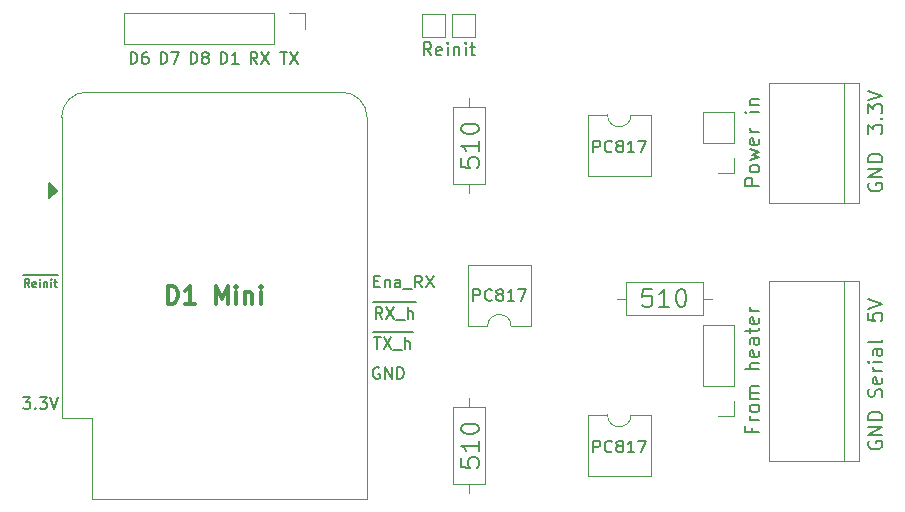
<source format=gto>
%TF.GenerationSoftware,KiCad,Pcbnew,5.1.10*%
%TF.CreationDate,2021-10-24T13:16:46+02:00*%
%TF.ProjectId,PCB,5043422e-6b69-4636-9164-5f7063625858,1.0*%
%TF.SameCoordinates,Original*%
%TF.FileFunction,Legend,Top*%
%TF.FilePolarity,Positive*%
%FSLAX46Y46*%
G04 Gerber Fmt 4.6, Leading zero omitted, Abs format (unit mm)*
G04 Created by KiCad (PCBNEW 5.1.10) date 2021-10-24 13:16:46*
%MOMM*%
%LPD*%
G01*
G04 APERTURE LIST*
%ADD10C,0.300000*%
%ADD11C,0.200000*%
%ADD12C,0.175000*%
%ADD13C,0.120000*%
%ADD14C,0.150000*%
%ADD15O,1.700000X1.700000*%
%ADD16R,1.700000X1.700000*%
%ADD17C,3.000000*%
%ADD18R,3.000000X3.000000*%
%ADD19R,1.500000X1.500000*%
%ADD20O,2.000000X1.600000*%
%ADD21R,2.000000X2.000000*%
%ADD22O,1.600000X1.600000*%
%ADD23R,1.600000X1.600000*%
%ADD24C,1.600000*%
G04 APERTURE END LIST*
D10*
X58301428Y-104818571D02*
X58301428Y-103318571D01*
X58658571Y-103318571D01*
X58872857Y-103390000D01*
X59015714Y-103532857D01*
X59087142Y-103675714D01*
X59158571Y-103961428D01*
X59158571Y-104175714D01*
X59087142Y-104461428D01*
X59015714Y-104604285D01*
X58872857Y-104747142D01*
X58658571Y-104818571D01*
X58301428Y-104818571D01*
X60587142Y-104818571D02*
X59730000Y-104818571D01*
X60158571Y-104818571D02*
X60158571Y-103318571D01*
X60015714Y-103532857D01*
X59872857Y-103675714D01*
X59730000Y-103747142D01*
X62372857Y-104818571D02*
X62372857Y-103318571D01*
X62872857Y-104390000D01*
X63372857Y-103318571D01*
X63372857Y-104818571D01*
X64087142Y-104818571D02*
X64087142Y-103818571D01*
X64087142Y-103318571D02*
X64015714Y-103390000D01*
X64087142Y-103461428D01*
X64158571Y-103390000D01*
X64087142Y-103318571D01*
X64087142Y-103461428D01*
X64801428Y-103818571D02*
X64801428Y-104818571D01*
X64801428Y-103961428D02*
X64872857Y-103890000D01*
X65015714Y-103818571D01*
X65230000Y-103818571D01*
X65372857Y-103890000D01*
X65444285Y-104032857D01*
X65444285Y-104818571D01*
X66158571Y-104818571D02*
X66158571Y-103818571D01*
X66158571Y-103318571D02*
X66087142Y-103390000D01*
X66158571Y-103461428D01*
X66230000Y-103390000D01*
X66158571Y-103318571D01*
X66158571Y-103461428D01*
D11*
X84169523Y-104592380D02*
X84169523Y-103592380D01*
X84550476Y-103592380D01*
X84645714Y-103640000D01*
X84693333Y-103687619D01*
X84740952Y-103782857D01*
X84740952Y-103925714D01*
X84693333Y-104020952D01*
X84645714Y-104068571D01*
X84550476Y-104116190D01*
X84169523Y-104116190D01*
X85740952Y-104497142D02*
X85693333Y-104544761D01*
X85550476Y-104592380D01*
X85455238Y-104592380D01*
X85312380Y-104544761D01*
X85217142Y-104449523D01*
X85169523Y-104354285D01*
X85121904Y-104163809D01*
X85121904Y-104020952D01*
X85169523Y-103830476D01*
X85217142Y-103735238D01*
X85312380Y-103640000D01*
X85455238Y-103592380D01*
X85550476Y-103592380D01*
X85693333Y-103640000D01*
X85740952Y-103687619D01*
X86312380Y-104020952D02*
X86217142Y-103973333D01*
X86169523Y-103925714D01*
X86121904Y-103830476D01*
X86121904Y-103782857D01*
X86169523Y-103687619D01*
X86217142Y-103640000D01*
X86312380Y-103592380D01*
X86502857Y-103592380D01*
X86598095Y-103640000D01*
X86645714Y-103687619D01*
X86693333Y-103782857D01*
X86693333Y-103830476D01*
X86645714Y-103925714D01*
X86598095Y-103973333D01*
X86502857Y-104020952D01*
X86312380Y-104020952D01*
X86217142Y-104068571D01*
X86169523Y-104116190D01*
X86121904Y-104211428D01*
X86121904Y-104401904D01*
X86169523Y-104497142D01*
X86217142Y-104544761D01*
X86312380Y-104592380D01*
X86502857Y-104592380D01*
X86598095Y-104544761D01*
X86645714Y-104497142D01*
X86693333Y-104401904D01*
X86693333Y-104211428D01*
X86645714Y-104116190D01*
X86598095Y-104068571D01*
X86502857Y-104020952D01*
X87645714Y-104592380D02*
X87074285Y-104592380D01*
X87360000Y-104592380D02*
X87360000Y-103592380D01*
X87264761Y-103735238D01*
X87169523Y-103830476D01*
X87074285Y-103878095D01*
X87979047Y-103592380D02*
X88645714Y-103592380D01*
X88217142Y-104592380D01*
X94329523Y-117419380D02*
X94329523Y-116419380D01*
X94710476Y-116419380D01*
X94805714Y-116467000D01*
X94853333Y-116514619D01*
X94900952Y-116609857D01*
X94900952Y-116752714D01*
X94853333Y-116847952D01*
X94805714Y-116895571D01*
X94710476Y-116943190D01*
X94329523Y-116943190D01*
X95900952Y-117324142D02*
X95853333Y-117371761D01*
X95710476Y-117419380D01*
X95615238Y-117419380D01*
X95472380Y-117371761D01*
X95377142Y-117276523D01*
X95329523Y-117181285D01*
X95281904Y-116990809D01*
X95281904Y-116847952D01*
X95329523Y-116657476D01*
X95377142Y-116562238D01*
X95472380Y-116467000D01*
X95615238Y-116419380D01*
X95710476Y-116419380D01*
X95853333Y-116467000D01*
X95900952Y-116514619D01*
X96472380Y-116847952D02*
X96377142Y-116800333D01*
X96329523Y-116752714D01*
X96281904Y-116657476D01*
X96281904Y-116609857D01*
X96329523Y-116514619D01*
X96377142Y-116467000D01*
X96472380Y-116419380D01*
X96662857Y-116419380D01*
X96758095Y-116467000D01*
X96805714Y-116514619D01*
X96853333Y-116609857D01*
X96853333Y-116657476D01*
X96805714Y-116752714D01*
X96758095Y-116800333D01*
X96662857Y-116847952D01*
X96472380Y-116847952D01*
X96377142Y-116895571D01*
X96329523Y-116943190D01*
X96281904Y-117038428D01*
X96281904Y-117228904D01*
X96329523Y-117324142D01*
X96377142Y-117371761D01*
X96472380Y-117419380D01*
X96662857Y-117419380D01*
X96758095Y-117371761D01*
X96805714Y-117324142D01*
X96853333Y-117228904D01*
X96853333Y-117038428D01*
X96805714Y-116943190D01*
X96758095Y-116895571D01*
X96662857Y-116847952D01*
X97805714Y-117419380D02*
X97234285Y-117419380D01*
X97520000Y-117419380D02*
X97520000Y-116419380D01*
X97424761Y-116562238D01*
X97329523Y-116657476D01*
X97234285Y-116705095D01*
X98139047Y-116419380D02*
X98805714Y-116419380D01*
X98377142Y-117419380D01*
X94329523Y-92019380D02*
X94329523Y-91019380D01*
X94710476Y-91019380D01*
X94805714Y-91067000D01*
X94853333Y-91114619D01*
X94900952Y-91209857D01*
X94900952Y-91352714D01*
X94853333Y-91447952D01*
X94805714Y-91495571D01*
X94710476Y-91543190D01*
X94329523Y-91543190D01*
X95900952Y-91924142D02*
X95853333Y-91971761D01*
X95710476Y-92019380D01*
X95615238Y-92019380D01*
X95472380Y-91971761D01*
X95377142Y-91876523D01*
X95329523Y-91781285D01*
X95281904Y-91590809D01*
X95281904Y-91447952D01*
X95329523Y-91257476D01*
X95377142Y-91162238D01*
X95472380Y-91067000D01*
X95615238Y-91019380D01*
X95710476Y-91019380D01*
X95853333Y-91067000D01*
X95900952Y-91114619D01*
X96472380Y-91447952D02*
X96377142Y-91400333D01*
X96329523Y-91352714D01*
X96281904Y-91257476D01*
X96281904Y-91209857D01*
X96329523Y-91114619D01*
X96377142Y-91067000D01*
X96472380Y-91019380D01*
X96662857Y-91019380D01*
X96758095Y-91067000D01*
X96805714Y-91114619D01*
X96853333Y-91209857D01*
X96853333Y-91257476D01*
X96805714Y-91352714D01*
X96758095Y-91400333D01*
X96662857Y-91447952D01*
X96472380Y-91447952D01*
X96377142Y-91495571D01*
X96329523Y-91543190D01*
X96281904Y-91638428D01*
X96281904Y-91828904D01*
X96329523Y-91924142D01*
X96377142Y-91971761D01*
X96472380Y-92019380D01*
X96662857Y-92019380D01*
X96758095Y-91971761D01*
X96805714Y-91924142D01*
X96853333Y-91828904D01*
X96853333Y-91638428D01*
X96805714Y-91543190D01*
X96758095Y-91495571D01*
X96662857Y-91447952D01*
X97805714Y-92019380D02*
X97234285Y-92019380D01*
X97520000Y-92019380D02*
X97520000Y-91019380D01*
X97424761Y-91162238D01*
X97329523Y-91257476D01*
X97234285Y-91305095D01*
X98139047Y-91019380D02*
X98805714Y-91019380D01*
X98377142Y-92019380D01*
X108365857Y-94843142D02*
X107165857Y-94843142D01*
X107165857Y-94386000D01*
X107223000Y-94271714D01*
X107280142Y-94214571D01*
X107394428Y-94157428D01*
X107565857Y-94157428D01*
X107680142Y-94214571D01*
X107737285Y-94271714D01*
X107794428Y-94386000D01*
X107794428Y-94843142D01*
X108365857Y-93471714D02*
X108308714Y-93586000D01*
X108251571Y-93643142D01*
X108137285Y-93700285D01*
X107794428Y-93700285D01*
X107680142Y-93643142D01*
X107623000Y-93586000D01*
X107565857Y-93471714D01*
X107565857Y-93300285D01*
X107623000Y-93186000D01*
X107680142Y-93128857D01*
X107794428Y-93071714D01*
X108137285Y-93071714D01*
X108251571Y-93128857D01*
X108308714Y-93186000D01*
X108365857Y-93300285D01*
X108365857Y-93471714D01*
X107565857Y-92671714D02*
X108365857Y-92443142D01*
X107794428Y-92214571D01*
X108365857Y-91986000D01*
X107565857Y-91757428D01*
X108308714Y-90843142D02*
X108365857Y-90957428D01*
X108365857Y-91186000D01*
X108308714Y-91300285D01*
X108194428Y-91357428D01*
X107737285Y-91357428D01*
X107623000Y-91300285D01*
X107565857Y-91186000D01*
X107565857Y-90957428D01*
X107623000Y-90843142D01*
X107737285Y-90786000D01*
X107851571Y-90786000D01*
X107965857Y-91357428D01*
X108365857Y-90271714D02*
X107565857Y-90271714D01*
X107794428Y-90271714D02*
X107680142Y-90214571D01*
X107623000Y-90157428D01*
X107565857Y-90043142D01*
X107565857Y-89928857D01*
X108365857Y-88614571D02*
X107565857Y-88614571D01*
X107165857Y-88614571D02*
X107223000Y-88671714D01*
X107280142Y-88614571D01*
X107223000Y-88557428D01*
X107165857Y-88614571D01*
X107280142Y-88614571D01*
X107565857Y-88043142D02*
X108365857Y-88043142D01*
X107680142Y-88043142D02*
X107623000Y-87986000D01*
X107565857Y-87871714D01*
X107565857Y-87700285D01*
X107623000Y-87586000D01*
X107737285Y-87528857D01*
X108365857Y-87528857D01*
X107737285Y-115318571D02*
X107737285Y-115718571D01*
X108365857Y-115718571D02*
X107165857Y-115718571D01*
X107165857Y-115147142D01*
X108365857Y-114690000D02*
X107565857Y-114690000D01*
X107794428Y-114690000D02*
X107680142Y-114632857D01*
X107623000Y-114575714D01*
X107565857Y-114461428D01*
X107565857Y-114347142D01*
X108365857Y-113775714D02*
X108308714Y-113890000D01*
X108251571Y-113947142D01*
X108137285Y-114004285D01*
X107794428Y-114004285D01*
X107680142Y-113947142D01*
X107623000Y-113890000D01*
X107565857Y-113775714D01*
X107565857Y-113604285D01*
X107623000Y-113490000D01*
X107680142Y-113432857D01*
X107794428Y-113375714D01*
X108137285Y-113375714D01*
X108251571Y-113432857D01*
X108308714Y-113490000D01*
X108365857Y-113604285D01*
X108365857Y-113775714D01*
X108365857Y-112861428D02*
X107565857Y-112861428D01*
X107680142Y-112861428D02*
X107623000Y-112804285D01*
X107565857Y-112690000D01*
X107565857Y-112518571D01*
X107623000Y-112404285D01*
X107737285Y-112347142D01*
X108365857Y-112347142D01*
X107737285Y-112347142D02*
X107623000Y-112290000D01*
X107565857Y-112175714D01*
X107565857Y-112004285D01*
X107623000Y-111890000D01*
X107737285Y-111832857D01*
X108365857Y-111832857D01*
X108365857Y-110347142D02*
X107165857Y-110347142D01*
X108365857Y-109832857D02*
X107737285Y-109832857D01*
X107623000Y-109890000D01*
X107565857Y-110004285D01*
X107565857Y-110175714D01*
X107623000Y-110290000D01*
X107680142Y-110347142D01*
X108308714Y-108804285D02*
X108365857Y-108918571D01*
X108365857Y-109147142D01*
X108308714Y-109261428D01*
X108194428Y-109318571D01*
X107737285Y-109318571D01*
X107623000Y-109261428D01*
X107565857Y-109147142D01*
X107565857Y-108918571D01*
X107623000Y-108804285D01*
X107737285Y-108747142D01*
X107851571Y-108747142D01*
X107965857Y-109318571D01*
X108365857Y-107718571D02*
X107737285Y-107718571D01*
X107623000Y-107775714D01*
X107565857Y-107890000D01*
X107565857Y-108118571D01*
X107623000Y-108232857D01*
X108308714Y-107718571D02*
X108365857Y-107832857D01*
X108365857Y-108118571D01*
X108308714Y-108232857D01*
X108194428Y-108290000D01*
X108080142Y-108290000D01*
X107965857Y-108232857D01*
X107908714Y-108118571D01*
X107908714Y-107832857D01*
X107851571Y-107718571D01*
X107565857Y-107318571D02*
X107565857Y-106861428D01*
X107165857Y-107147142D02*
X108194428Y-107147142D01*
X108308714Y-107090000D01*
X108365857Y-106975714D01*
X108365857Y-106861428D01*
X108308714Y-106004285D02*
X108365857Y-106118571D01*
X108365857Y-106347142D01*
X108308714Y-106461428D01*
X108194428Y-106518571D01*
X107737285Y-106518571D01*
X107623000Y-106461428D01*
X107565857Y-106347142D01*
X107565857Y-106118571D01*
X107623000Y-106004285D01*
X107737285Y-105947142D01*
X107851571Y-105947142D01*
X107965857Y-106518571D01*
X108365857Y-105432857D02*
X107565857Y-105432857D01*
X107794428Y-105432857D02*
X107680142Y-105375714D01*
X107623000Y-105318571D01*
X107565857Y-105204285D01*
X107565857Y-105090000D01*
X117637000Y-116484285D02*
X117579857Y-116598571D01*
X117579857Y-116770000D01*
X117637000Y-116941428D01*
X117751285Y-117055714D01*
X117865571Y-117112857D01*
X118094142Y-117170000D01*
X118265571Y-117170000D01*
X118494142Y-117112857D01*
X118608428Y-117055714D01*
X118722714Y-116941428D01*
X118779857Y-116770000D01*
X118779857Y-116655714D01*
X118722714Y-116484285D01*
X118665571Y-116427142D01*
X118265571Y-116427142D01*
X118265571Y-116655714D01*
X118779857Y-115912857D02*
X117579857Y-115912857D01*
X118779857Y-115227142D01*
X117579857Y-115227142D01*
X118779857Y-114655714D02*
X117579857Y-114655714D01*
X117579857Y-114370000D01*
X117637000Y-114198571D01*
X117751285Y-114084285D01*
X117865571Y-114027142D01*
X118094142Y-113970000D01*
X118265571Y-113970000D01*
X118494142Y-114027142D01*
X118608428Y-114084285D01*
X118722714Y-114198571D01*
X118779857Y-114370000D01*
X118779857Y-114655714D01*
X118722714Y-112734428D02*
X118779857Y-112563000D01*
X118779857Y-112277285D01*
X118722714Y-112163000D01*
X118665571Y-112105857D01*
X118551285Y-112048714D01*
X118437000Y-112048714D01*
X118322714Y-112105857D01*
X118265571Y-112163000D01*
X118208428Y-112277285D01*
X118151285Y-112505857D01*
X118094142Y-112620142D01*
X118037000Y-112677285D01*
X117922714Y-112734428D01*
X117808428Y-112734428D01*
X117694142Y-112677285D01*
X117637000Y-112620142D01*
X117579857Y-112505857D01*
X117579857Y-112220142D01*
X117637000Y-112048714D01*
X118722714Y-111077285D02*
X118779857Y-111191571D01*
X118779857Y-111420142D01*
X118722714Y-111534428D01*
X118608428Y-111591571D01*
X118151285Y-111591571D01*
X118037000Y-111534428D01*
X117979857Y-111420142D01*
X117979857Y-111191571D01*
X118037000Y-111077285D01*
X118151285Y-111020142D01*
X118265571Y-111020142D01*
X118379857Y-111591571D01*
X118779857Y-110505857D02*
X117979857Y-110505857D01*
X118208428Y-110505857D02*
X118094142Y-110448714D01*
X118037000Y-110391571D01*
X117979857Y-110277285D01*
X117979857Y-110163000D01*
X118779857Y-109763000D02*
X117979857Y-109763000D01*
X117579857Y-109763000D02*
X117637000Y-109820142D01*
X117694142Y-109763000D01*
X117637000Y-109705857D01*
X117579857Y-109763000D01*
X117694142Y-109763000D01*
X118779857Y-108677285D02*
X118151285Y-108677285D01*
X118037000Y-108734428D01*
X117979857Y-108848714D01*
X117979857Y-109077285D01*
X118037000Y-109191571D01*
X118722714Y-108677285D02*
X118779857Y-108791571D01*
X118779857Y-109077285D01*
X118722714Y-109191571D01*
X118608428Y-109248714D01*
X118494142Y-109248714D01*
X118379857Y-109191571D01*
X118322714Y-109077285D01*
X118322714Y-108791571D01*
X118265571Y-108677285D01*
X118779857Y-107934428D02*
X118722714Y-108048714D01*
X118608428Y-108105857D01*
X117579857Y-108105857D01*
X117579857Y-105638571D02*
X117579857Y-106210000D01*
X118151285Y-106267142D01*
X118094142Y-106210000D01*
X118037000Y-106095714D01*
X118037000Y-105810000D01*
X118094142Y-105695714D01*
X118151285Y-105638571D01*
X118265571Y-105581428D01*
X118551285Y-105581428D01*
X118665571Y-105638571D01*
X118722714Y-105695714D01*
X118779857Y-105810000D01*
X118779857Y-106095714D01*
X118722714Y-106210000D01*
X118665571Y-106267142D01*
X117579857Y-105238571D02*
X118779857Y-104838571D01*
X117579857Y-104438571D01*
X117637000Y-94640285D02*
X117579857Y-94754571D01*
X117579857Y-94926000D01*
X117637000Y-95097428D01*
X117751285Y-95211714D01*
X117865571Y-95268857D01*
X118094142Y-95326000D01*
X118265571Y-95326000D01*
X118494142Y-95268857D01*
X118608428Y-95211714D01*
X118722714Y-95097428D01*
X118779857Y-94926000D01*
X118779857Y-94811714D01*
X118722714Y-94640285D01*
X118665571Y-94583142D01*
X118265571Y-94583142D01*
X118265571Y-94811714D01*
X118779857Y-94068857D02*
X117579857Y-94068857D01*
X118779857Y-93383142D01*
X117579857Y-93383142D01*
X118779857Y-92811714D02*
X117579857Y-92811714D01*
X117579857Y-92526000D01*
X117637000Y-92354571D01*
X117751285Y-92240285D01*
X117865571Y-92183142D01*
X118094142Y-92126000D01*
X118265571Y-92126000D01*
X118494142Y-92183142D01*
X118608428Y-92240285D01*
X118722714Y-92354571D01*
X118779857Y-92526000D01*
X118779857Y-92811714D01*
X117579857Y-90417428D02*
X117579857Y-89674571D01*
X118037000Y-90074571D01*
X118037000Y-89903142D01*
X118094142Y-89788857D01*
X118151285Y-89731714D01*
X118265571Y-89674571D01*
X118551285Y-89674571D01*
X118665571Y-89731714D01*
X118722714Y-89788857D01*
X118779857Y-89903142D01*
X118779857Y-90246000D01*
X118722714Y-90360285D01*
X118665571Y-90417428D01*
X118665571Y-89160285D02*
X118722714Y-89103142D01*
X118779857Y-89160285D01*
X118722714Y-89217428D01*
X118665571Y-89160285D01*
X118779857Y-89160285D01*
X117579857Y-88703142D02*
X117579857Y-87960285D01*
X118037000Y-88360285D01*
X118037000Y-88188857D01*
X118094142Y-88074571D01*
X118151285Y-88017428D01*
X118265571Y-87960285D01*
X118551285Y-87960285D01*
X118665571Y-88017428D01*
X118722714Y-88074571D01*
X118779857Y-88188857D01*
X118779857Y-88531714D01*
X118722714Y-88646000D01*
X118665571Y-88703142D01*
X117579857Y-87617428D02*
X118779857Y-87217428D01*
X117579857Y-86817428D01*
X80575333Y-83809619D02*
X80208666Y-83285809D01*
X79946761Y-83809619D02*
X79946761Y-82709619D01*
X80365809Y-82709619D01*
X80470571Y-82762000D01*
X80522952Y-82814380D01*
X80575333Y-82919142D01*
X80575333Y-83076285D01*
X80522952Y-83181047D01*
X80470571Y-83233428D01*
X80365809Y-83285809D01*
X79946761Y-83285809D01*
X81465809Y-83757238D02*
X81361047Y-83809619D01*
X81151523Y-83809619D01*
X81046761Y-83757238D01*
X80994380Y-83652476D01*
X80994380Y-83233428D01*
X81046761Y-83128666D01*
X81151523Y-83076285D01*
X81361047Y-83076285D01*
X81465809Y-83128666D01*
X81518190Y-83233428D01*
X81518190Y-83338190D01*
X80994380Y-83442952D01*
X81989619Y-83809619D02*
X81989619Y-83076285D01*
X81989619Y-82709619D02*
X81937238Y-82762000D01*
X81989619Y-82814380D01*
X82042000Y-82762000D01*
X81989619Y-82709619D01*
X81989619Y-82814380D01*
X82513428Y-83076285D02*
X82513428Y-83809619D01*
X82513428Y-83181047D02*
X82565809Y-83128666D01*
X82670571Y-83076285D01*
X82827714Y-83076285D01*
X82932476Y-83128666D01*
X82984857Y-83233428D01*
X82984857Y-83809619D01*
X83508666Y-83809619D02*
X83508666Y-83076285D01*
X83508666Y-82709619D02*
X83456285Y-82762000D01*
X83508666Y-82814380D01*
X83561047Y-82762000D01*
X83508666Y-82709619D01*
X83508666Y-82814380D01*
X83875333Y-83076285D02*
X84294380Y-83076285D01*
X84032476Y-82709619D02*
X84032476Y-83652476D01*
X84084857Y-83757238D01*
X84189619Y-83809619D01*
X84294380Y-83809619D01*
X67818095Y-83526380D02*
X68389523Y-83526380D01*
X68103809Y-84526380D02*
X68103809Y-83526380D01*
X68627619Y-83526380D02*
X69294285Y-84526380D01*
X69294285Y-83526380D02*
X68627619Y-84526380D01*
X65873333Y-84526380D02*
X65540000Y-84050190D01*
X65301904Y-84526380D02*
X65301904Y-83526380D01*
X65682857Y-83526380D01*
X65778095Y-83574000D01*
X65825714Y-83621619D01*
X65873333Y-83716857D01*
X65873333Y-83859714D01*
X65825714Y-83954952D01*
X65778095Y-84002571D01*
X65682857Y-84050190D01*
X65301904Y-84050190D01*
X66206666Y-83526380D02*
X66873333Y-84526380D01*
X66873333Y-83526380D02*
X66206666Y-84526380D01*
X62761904Y-84526380D02*
X62761904Y-83526380D01*
X63000000Y-83526380D01*
X63142857Y-83574000D01*
X63238095Y-83669238D01*
X63285714Y-83764476D01*
X63333333Y-83954952D01*
X63333333Y-84097809D01*
X63285714Y-84288285D01*
X63238095Y-84383523D01*
X63142857Y-84478761D01*
X63000000Y-84526380D01*
X62761904Y-84526380D01*
X64285714Y-84526380D02*
X63714285Y-84526380D01*
X64000000Y-84526380D02*
X64000000Y-83526380D01*
X63904761Y-83669238D01*
X63809523Y-83764476D01*
X63714285Y-83812095D01*
X60221904Y-84526380D02*
X60221904Y-83526380D01*
X60460000Y-83526380D01*
X60602857Y-83574000D01*
X60698095Y-83669238D01*
X60745714Y-83764476D01*
X60793333Y-83954952D01*
X60793333Y-84097809D01*
X60745714Y-84288285D01*
X60698095Y-84383523D01*
X60602857Y-84478761D01*
X60460000Y-84526380D01*
X60221904Y-84526380D01*
X61364761Y-83954952D02*
X61269523Y-83907333D01*
X61221904Y-83859714D01*
X61174285Y-83764476D01*
X61174285Y-83716857D01*
X61221904Y-83621619D01*
X61269523Y-83574000D01*
X61364761Y-83526380D01*
X61555238Y-83526380D01*
X61650476Y-83574000D01*
X61698095Y-83621619D01*
X61745714Y-83716857D01*
X61745714Y-83764476D01*
X61698095Y-83859714D01*
X61650476Y-83907333D01*
X61555238Y-83954952D01*
X61364761Y-83954952D01*
X61269523Y-84002571D01*
X61221904Y-84050190D01*
X61174285Y-84145428D01*
X61174285Y-84335904D01*
X61221904Y-84431142D01*
X61269523Y-84478761D01*
X61364761Y-84526380D01*
X61555238Y-84526380D01*
X61650476Y-84478761D01*
X61698095Y-84431142D01*
X61745714Y-84335904D01*
X61745714Y-84145428D01*
X61698095Y-84050190D01*
X61650476Y-84002571D01*
X61555238Y-83954952D01*
X57681904Y-84526380D02*
X57681904Y-83526380D01*
X57920000Y-83526380D01*
X58062857Y-83574000D01*
X58158095Y-83669238D01*
X58205714Y-83764476D01*
X58253333Y-83954952D01*
X58253333Y-84097809D01*
X58205714Y-84288285D01*
X58158095Y-84383523D01*
X58062857Y-84478761D01*
X57920000Y-84526380D01*
X57681904Y-84526380D01*
X58586666Y-83526380D02*
X59253333Y-83526380D01*
X58824761Y-84526380D01*
X55141904Y-84526380D02*
X55141904Y-83526380D01*
X55380000Y-83526380D01*
X55522857Y-83574000D01*
X55618095Y-83669238D01*
X55665714Y-83764476D01*
X55713333Y-83954952D01*
X55713333Y-84097809D01*
X55665714Y-84288285D01*
X55618095Y-84383523D01*
X55522857Y-84478761D01*
X55380000Y-84526380D01*
X55141904Y-84526380D01*
X56570476Y-83526380D02*
X56380000Y-83526380D01*
X56284761Y-83574000D01*
X56237142Y-83621619D01*
X56141904Y-83764476D01*
X56094285Y-83954952D01*
X56094285Y-84335904D01*
X56141904Y-84431142D01*
X56189523Y-84478761D01*
X56284761Y-84526380D01*
X56475238Y-84526380D01*
X56570476Y-84478761D01*
X56618095Y-84431142D01*
X56665714Y-84335904D01*
X56665714Y-84097809D01*
X56618095Y-84002571D01*
X56570476Y-83954952D01*
X56475238Y-83907333D01*
X56284761Y-83907333D01*
X56189523Y-83954952D01*
X56141904Y-84002571D01*
X56094285Y-84097809D01*
X99258571Y-103572571D02*
X98544285Y-103572571D01*
X98472857Y-104286857D01*
X98544285Y-104215428D01*
X98687142Y-104144000D01*
X99044285Y-104144000D01*
X99187142Y-104215428D01*
X99258571Y-104286857D01*
X99330000Y-104429714D01*
X99330000Y-104786857D01*
X99258571Y-104929714D01*
X99187142Y-105001142D01*
X99044285Y-105072571D01*
X98687142Y-105072571D01*
X98544285Y-105001142D01*
X98472857Y-104929714D01*
X100758571Y-105072571D02*
X99901428Y-105072571D01*
X100330000Y-105072571D02*
X100330000Y-103572571D01*
X100187142Y-103786857D01*
X100044285Y-103929714D01*
X99901428Y-104001142D01*
X101687142Y-103572571D02*
X101830000Y-103572571D01*
X101972857Y-103644000D01*
X102044285Y-103715428D01*
X102115714Y-103858285D01*
X102187142Y-104144000D01*
X102187142Y-104501142D01*
X102115714Y-104786857D01*
X102044285Y-104929714D01*
X101972857Y-105001142D01*
X101830000Y-105072571D01*
X101687142Y-105072571D01*
X101544285Y-105001142D01*
X101472857Y-104929714D01*
X101401428Y-104786857D01*
X101330000Y-104501142D01*
X101330000Y-104144000D01*
X101401428Y-103858285D01*
X101472857Y-103715428D01*
X101544285Y-103644000D01*
X101687142Y-103572571D01*
X83125571Y-117911428D02*
X83125571Y-118625714D01*
X83839857Y-118697142D01*
X83768428Y-118625714D01*
X83697000Y-118482857D01*
X83697000Y-118125714D01*
X83768428Y-117982857D01*
X83839857Y-117911428D01*
X83982714Y-117840000D01*
X84339857Y-117840000D01*
X84482714Y-117911428D01*
X84554142Y-117982857D01*
X84625571Y-118125714D01*
X84625571Y-118482857D01*
X84554142Y-118625714D01*
X84482714Y-118697142D01*
X84625571Y-116411428D02*
X84625571Y-117268571D01*
X84625571Y-116840000D02*
X83125571Y-116840000D01*
X83339857Y-116982857D01*
X83482714Y-117125714D01*
X83554142Y-117268571D01*
X83125571Y-115482857D02*
X83125571Y-115340000D01*
X83197000Y-115197142D01*
X83268428Y-115125714D01*
X83411285Y-115054285D01*
X83697000Y-114982857D01*
X84054142Y-114982857D01*
X84339857Y-115054285D01*
X84482714Y-115125714D01*
X84554142Y-115197142D01*
X84625571Y-115340000D01*
X84625571Y-115482857D01*
X84554142Y-115625714D01*
X84482714Y-115697142D01*
X84339857Y-115768571D01*
X84054142Y-115840000D01*
X83697000Y-115840000D01*
X83411285Y-115768571D01*
X83268428Y-115697142D01*
X83197000Y-115625714D01*
X83125571Y-115482857D01*
X83125571Y-92511428D02*
X83125571Y-93225714D01*
X83839857Y-93297142D01*
X83768428Y-93225714D01*
X83697000Y-93082857D01*
X83697000Y-92725714D01*
X83768428Y-92582857D01*
X83839857Y-92511428D01*
X83982714Y-92440000D01*
X84339857Y-92440000D01*
X84482714Y-92511428D01*
X84554142Y-92582857D01*
X84625571Y-92725714D01*
X84625571Y-93082857D01*
X84554142Y-93225714D01*
X84482714Y-93297142D01*
X84625571Y-91011428D02*
X84625571Y-91868571D01*
X84625571Y-91440000D02*
X83125571Y-91440000D01*
X83339857Y-91582857D01*
X83482714Y-91725714D01*
X83554142Y-91868571D01*
X83125571Y-90082857D02*
X83125571Y-89940000D01*
X83197000Y-89797142D01*
X83268428Y-89725714D01*
X83411285Y-89654285D01*
X83697000Y-89582857D01*
X84054142Y-89582857D01*
X84339857Y-89654285D01*
X84482714Y-89725714D01*
X84554142Y-89797142D01*
X84625571Y-89940000D01*
X84625571Y-90082857D01*
X84554142Y-90225714D01*
X84482714Y-90297142D01*
X84339857Y-90368571D01*
X84054142Y-90440000D01*
X83697000Y-90440000D01*
X83411285Y-90368571D01*
X83268428Y-90297142D01*
X83197000Y-90225714D01*
X83125571Y-90082857D01*
D12*
X45998000Y-102392500D02*
X46698000Y-102392500D01*
X46564666Y-103440666D02*
X46331333Y-103107333D01*
X46164666Y-103440666D02*
X46164666Y-102740666D01*
X46431333Y-102740666D01*
X46498000Y-102774000D01*
X46531333Y-102807333D01*
X46564666Y-102874000D01*
X46564666Y-102974000D01*
X46531333Y-103040666D01*
X46498000Y-103074000D01*
X46431333Y-103107333D01*
X46164666Y-103107333D01*
X46698000Y-102392500D02*
X47298000Y-102392500D01*
X47131333Y-103407333D02*
X47064666Y-103440666D01*
X46931333Y-103440666D01*
X46864666Y-103407333D01*
X46831333Y-103340666D01*
X46831333Y-103074000D01*
X46864666Y-103007333D01*
X46931333Y-102974000D01*
X47064666Y-102974000D01*
X47131333Y-103007333D01*
X47164666Y-103074000D01*
X47164666Y-103140666D01*
X46831333Y-103207333D01*
X47298000Y-102392500D02*
X47631333Y-102392500D01*
X47464666Y-103440666D02*
X47464666Y-102974000D01*
X47464666Y-102740666D02*
X47431333Y-102774000D01*
X47464666Y-102807333D01*
X47498000Y-102774000D01*
X47464666Y-102740666D01*
X47464666Y-102807333D01*
X47631333Y-102392500D02*
X48264666Y-102392500D01*
X47798000Y-102974000D02*
X47798000Y-103440666D01*
X47798000Y-103040666D02*
X47831333Y-103007333D01*
X47898000Y-102974000D01*
X47998000Y-102974000D01*
X48064666Y-103007333D01*
X48098000Y-103074000D01*
X48098000Y-103440666D01*
X48264666Y-102392500D02*
X48598000Y-102392500D01*
X48431333Y-103440666D02*
X48431333Y-102974000D01*
X48431333Y-102740666D02*
X48398000Y-102774000D01*
X48431333Y-102807333D01*
X48464666Y-102774000D01*
X48431333Y-102740666D01*
X48431333Y-102807333D01*
X48598000Y-102392500D02*
X48998000Y-102392500D01*
X48664666Y-102974000D02*
X48931333Y-102974000D01*
X48764666Y-102740666D02*
X48764666Y-103340666D01*
X48798000Y-103407333D01*
X48864666Y-103440666D01*
X48931333Y-103440666D01*
D11*
X75652523Y-107224000D02*
X76414428Y-107224000D01*
X75747761Y-107656380D02*
X76319190Y-107656380D01*
X76033476Y-108656380D02*
X76033476Y-107656380D01*
X76414428Y-107224000D02*
X77366809Y-107224000D01*
X76557285Y-107656380D02*
X77223952Y-108656380D01*
X77223952Y-107656380D02*
X76557285Y-108656380D01*
X77366809Y-107224000D02*
X78128714Y-107224000D01*
X77366809Y-108751619D02*
X78128714Y-108751619D01*
X78128714Y-107224000D02*
X79033476Y-107224000D01*
X78366809Y-108656380D02*
X78366809Y-107656380D01*
X78795380Y-108656380D02*
X78795380Y-108132571D01*
X78747761Y-108037333D01*
X78652523Y-107989714D01*
X78509666Y-107989714D01*
X78414428Y-108037333D01*
X78366809Y-108084952D01*
X75660476Y-104684000D02*
X76660476Y-104684000D01*
X76470000Y-106116380D02*
X76136666Y-105640190D01*
X75898571Y-106116380D02*
X75898571Y-105116380D01*
X76279523Y-105116380D01*
X76374761Y-105164000D01*
X76422380Y-105211619D01*
X76470000Y-105306857D01*
X76470000Y-105449714D01*
X76422380Y-105544952D01*
X76374761Y-105592571D01*
X76279523Y-105640190D01*
X75898571Y-105640190D01*
X76660476Y-104684000D02*
X77612857Y-104684000D01*
X76803333Y-105116380D02*
X77470000Y-106116380D01*
X77470000Y-105116380D02*
X76803333Y-106116380D01*
X77612857Y-104684000D02*
X78374761Y-104684000D01*
X77612857Y-106211619D02*
X78374761Y-106211619D01*
X78374761Y-104684000D02*
X79279523Y-104684000D01*
X78612857Y-106116380D02*
X78612857Y-105116380D01*
X79041428Y-106116380D02*
X79041428Y-105592571D01*
X78993809Y-105497333D01*
X78898571Y-105449714D01*
X78755714Y-105449714D01*
X78660476Y-105497333D01*
X78612857Y-105544952D01*
X75755809Y-102925571D02*
X76089142Y-102925571D01*
X76232000Y-103449380D02*
X75755809Y-103449380D01*
X75755809Y-102449380D01*
X76232000Y-102449380D01*
X76660571Y-102782714D02*
X76660571Y-103449380D01*
X76660571Y-102877952D02*
X76708190Y-102830333D01*
X76803428Y-102782714D01*
X76946285Y-102782714D01*
X77041523Y-102830333D01*
X77089142Y-102925571D01*
X77089142Y-103449380D01*
X77993904Y-103449380D02*
X77993904Y-102925571D01*
X77946285Y-102830333D01*
X77851047Y-102782714D01*
X77660571Y-102782714D01*
X77565333Y-102830333D01*
X77993904Y-103401761D02*
X77898666Y-103449380D01*
X77660571Y-103449380D01*
X77565333Y-103401761D01*
X77517714Y-103306523D01*
X77517714Y-103211285D01*
X77565333Y-103116047D01*
X77660571Y-103068428D01*
X77898666Y-103068428D01*
X77993904Y-103020809D01*
X78232000Y-103544619D02*
X78993904Y-103544619D01*
X79803428Y-103449380D02*
X79470095Y-102973190D01*
X79232000Y-103449380D02*
X79232000Y-102449380D01*
X79612952Y-102449380D01*
X79708190Y-102497000D01*
X79755809Y-102544619D01*
X79803428Y-102639857D01*
X79803428Y-102782714D01*
X79755809Y-102877952D01*
X79708190Y-102925571D01*
X79612952Y-102973190D01*
X79232000Y-102973190D01*
X80136761Y-102449380D02*
X80803428Y-103449380D01*
X80803428Y-102449380D02*
X80136761Y-103449380D01*
X76200095Y-110244000D02*
X76104857Y-110196380D01*
X75962000Y-110196380D01*
X75819142Y-110244000D01*
X75723904Y-110339238D01*
X75676285Y-110434476D01*
X75628666Y-110624952D01*
X75628666Y-110767809D01*
X75676285Y-110958285D01*
X75723904Y-111053523D01*
X75819142Y-111148761D01*
X75962000Y-111196380D01*
X76057238Y-111196380D01*
X76200095Y-111148761D01*
X76247714Y-111101142D01*
X76247714Y-110767809D01*
X76057238Y-110767809D01*
X76676285Y-111196380D02*
X76676285Y-110196380D01*
X77247714Y-111196380D01*
X77247714Y-110196380D01*
X77723904Y-111196380D02*
X77723904Y-110196380D01*
X77962000Y-110196380D01*
X78104857Y-110244000D01*
X78200095Y-110339238D01*
X78247714Y-110434476D01*
X78295333Y-110624952D01*
X78295333Y-110767809D01*
X78247714Y-110958285D01*
X78200095Y-111053523D01*
X78104857Y-111148761D01*
X77962000Y-111196380D01*
X77723904Y-111196380D01*
X46021809Y-112736380D02*
X46640857Y-112736380D01*
X46307523Y-113117333D01*
X46450380Y-113117333D01*
X46545619Y-113164952D01*
X46593238Y-113212571D01*
X46640857Y-113307809D01*
X46640857Y-113545904D01*
X46593238Y-113641142D01*
X46545619Y-113688761D01*
X46450380Y-113736380D01*
X46164666Y-113736380D01*
X46069428Y-113688761D01*
X46021809Y-113641142D01*
X47069428Y-113641142D02*
X47117047Y-113688761D01*
X47069428Y-113736380D01*
X47021809Y-113688761D01*
X47069428Y-113641142D01*
X47069428Y-113736380D01*
X47450380Y-112736380D02*
X48069428Y-112736380D01*
X47736095Y-113117333D01*
X47878952Y-113117333D01*
X47974190Y-113164952D01*
X48021809Y-113212571D01*
X48069428Y-113307809D01*
X48069428Y-113545904D01*
X48021809Y-113641142D01*
X47974190Y-113688761D01*
X47878952Y-113736380D01*
X47593238Y-113736380D01*
X47498000Y-113688761D01*
X47450380Y-113641142D01*
X48355142Y-112736380D02*
X48688476Y-113736380D01*
X49021809Y-112736380D01*
D13*
X106232000Y-106620000D02*
X103572000Y-106620000D01*
X106232000Y-111760000D02*
X106232000Y-106620000D01*
X103572000Y-111760000D02*
X103572000Y-106620000D01*
X106232000Y-111760000D02*
X103572000Y-111760000D01*
X106232000Y-113030000D02*
X106232000Y-114360000D01*
X106232000Y-114360000D02*
X104902000Y-114360000D01*
X106232000Y-88586000D02*
X103572000Y-88586000D01*
X106232000Y-91186000D02*
X106232000Y-88586000D01*
X103572000Y-91186000D02*
X103572000Y-88586000D01*
X106232000Y-91186000D02*
X103572000Y-91186000D01*
X106232000Y-92456000D02*
X106232000Y-93786000D01*
X106232000Y-93786000D02*
X104902000Y-93786000D01*
X116840000Y-118110000D02*
X116840000Y-102870000D01*
X109220000Y-118110000D02*
X109220000Y-102870000D01*
X115570000Y-118110000D02*
X115570000Y-102870000D01*
X116840000Y-102870000D02*
X109220000Y-102870000D01*
X116840000Y-118110000D02*
X109220000Y-118110000D01*
X116840000Y-96266000D02*
X116840000Y-86106000D01*
X109220000Y-96266000D02*
X116840000Y-96266000D01*
X109220000Y-86106000D02*
X109220000Y-96266000D01*
X116840000Y-86106000D02*
X109220000Y-86106000D01*
X115570000Y-86106000D02*
X115570000Y-96266000D01*
X82362000Y-82230000D02*
X82362000Y-80330000D01*
X84262000Y-82230000D02*
X82362000Y-82230000D01*
X84262000Y-80330000D02*
X84262000Y-82230000D01*
X82362000Y-80330000D02*
X84262000Y-80330000D01*
X79822000Y-82230000D02*
X79822000Y-80330000D01*
X81722000Y-82230000D02*
X79822000Y-82230000D01*
X81722000Y-80330000D02*
X81722000Y-82230000D01*
X79822000Y-80330000D02*
X81722000Y-80330000D01*
X69910000Y-80204000D02*
X69910000Y-81534000D01*
X68580000Y-80204000D02*
X69910000Y-80204000D01*
X67310000Y-80204000D02*
X67310000Y-82864000D01*
X67310000Y-82864000D02*
X54550000Y-82864000D01*
X67310000Y-80204000D02*
X54550000Y-80204000D01*
X54550000Y-80204000D02*
X54550000Y-82864000D01*
X51840000Y-121370000D02*
X75160000Y-121370000D01*
X49300000Y-114470000D02*
X49300000Y-89040000D01*
X75160000Y-121370000D02*
X75160000Y-89040000D01*
X73040000Y-86910000D02*
X51430000Y-86910000D01*
D14*
G36*
X48260000Y-94615000D02*
G01*
X48260000Y-95885000D01*
X48895000Y-95250000D01*
X48260000Y-94615000D01*
G37*
X48260000Y-94615000D02*
X48260000Y-95885000D01*
X48895000Y-95250000D01*
X48260000Y-94615000D01*
D13*
X49300000Y-114470000D02*
X51840000Y-114470000D01*
X51840000Y-114470000D02*
X51840000Y-121370000D01*
X73030000Y-86910000D02*
G75*
G02*
X75160000Y-89040000I0J-2130000D01*
G01*
X49300000Y-89040000D02*
G75*
G02*
X51430000Y-86910000I2130000J0D01*
G01*
X95520000Y-88840000D02*
X93870000Y-88840000D01*
X93870000Y-88840000D02*
X93870000Y-94040000D01*
X93870000Y-94040000D02*
X99170000Y-94040000D01*
X99170000Y-94040000D02*
X99170000Y-88840000D01*
X99170000Y-88840000D02*
X97520000Y-88840000D01*
X97520000Y-88840000D02*
G75*
G02*
X95520000Y-88840000I-1000000J0D01*
G01*
X95520000Y-114240000D02*
X93870000Y-114240000D01*
X93870000Y-114240000D02*
X93870000Y-119440000D01*
X93870000Y-119440000D02*
X99170000Y-119440000D01*
X99170000Y-119440000D02*
X99170000Y-114240000D01*
X99170000Y-114240000D02*
X97520000Y-114240000D01*
X97520000Y-114240000D02*
G75*
G02*
X95520000Y-114240000I-1000000J0D01*
G01*
X87360000Y-106740000D02*
X89010000Y-106740000D01*
X89010000Y-106740000D02*
X89010000Y-101540000D01*
X89010000Y-101540000D02*
X83710000Y-101540000D01*
X83710000Y-101540000D02*
X83710000Y-106740000D01*
X83710000Y-106740000D02*
X85360000Y-106740000D01*
X85360000Y-106740000D02*
G75*
G02*
X87360000Y-106740000I1000000J0D01*
G01*
X103600000Y-105764000D02*
X103600000Y-103024000D01*
X103600000Y-103024000D02*
X97060000Y-103024000D01*
X97060000Y-103024000D02*
X97060000Y-105764000D01*
X97060000Y-105764000D02*
X103600000Y-105764000D01*
X104370000Y-104394000D02*
X103600000Y-104394000D01*
X96290000Y-104394000D02*
X97060000Y-104394000D01*
X85190000Y-88170000D02*
X82450000Y-88170000D01*
X82450000Y-88170000D02*
X82450000Y-94710000D01*
X82450000Y-94710000D02*
X85190000Y-94710000D01*
X85190000Y-94710000D02*
X85190000Y-88170000D01*
X83820000Y-87400000D02*
X83820000Y-88170000D01*
X83820000Y-95480000D02*
X83820000Y-94710000D01*
X85190000Y-113570000D02*
X82450000Y-113570000D01*
X82450000Y-113570000D02*
X82450000Y-120110000D01*
X82450000Y-120110000D02*
X85190000Y-120110000D01*
X85190000Y-120110000D02*
X85190000Y-113570000D01*
X83820000Y-112800000D02*
X83820000Y-113570000D01*
X83820000Y-120880000D02*
X83820000Y-120110000D01*
%LPC*%
D15*
X104902000Y-107950000D03*
X104902000Y-110490000D03*
D16*
X104902000Y-113030000D03*
D15*
X104902000Y-89916000D03*
D16*
X104902000Y-92456000D03*
D17*
X113030000Y-105410000D03*
X113030000Y-110490000D03*
D18*
X113030000Y-115570000D03*
D17*
X113030000Y-88646000D03*
D18*
X113030000Y-93726000D03*
D19*
X83312000Y-81280000D03*
X80772000Y-81280000D03*
D15*
X55880000Y-81534000D03*
X58420000Y-81534000D03*
X60960000Y-81534000D03*
X63500000Y-81534000D03*
X66040000Y-81534000D03*
D16*
X68580000Y-81534000D03*
D20*
X73660000Y-95250000D03*
X73660000Y-97790000D03*
X73660000Y-100330000D03*
X73660000Y-102870000D03*
X73660000Y-105410000D03*
X73660000Y-107950000D03*
X73660000Y-110490000D03*
X73660000Y-113030000D03*
X50800000Y-113030000D03*
X50800000Y-110490000D03*
X50800000Y-107950000D03*
X50800000Y-105410000D03*
X50800000Y-102870000D03*
X50800000Y-100330000D03*
D21*
X50800000Y-95250000D03*
D20*
X50800000Y-97790000D03*
D22*
X100330000Y-90170000D03*
X92710000Y-92710000D03*
X100330000Y-92710000D03*
D23*
X92710000Y-90170000D03*
D22*
X100330000Y-115570000D03*
X92710000Y-118110000D03*
X100330000Y-118110000D03*
D23*
X92710000Y-115570000D03*
D22*
X82550000Y-105410000D03*
X90170000Y-102870000D03*
X82550000Y-102870000D03*
D23*
X90170000Y-105410000D03*
D22*
X95250000Y-104394000D03*
D24*
X105410000Y-104394000D03*
D22*
X83820000Y-96520000D03*
D24*
X83820000Y-86360000D03*
D22*
X83820000Y-121920000D03*
D24*
X83820000Y-111760000D03*
M02*

</source>
